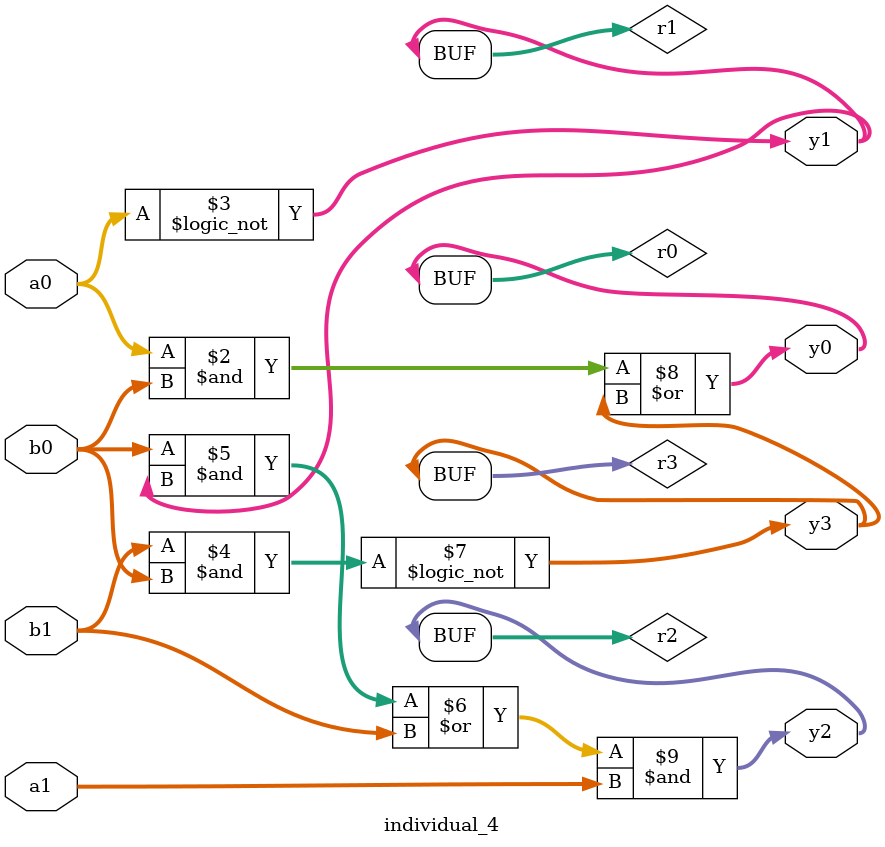
<source format=sv>
module individual_4(input logic [15:0] a1, input logic [15:0] a0, input logic [15:0] b1, input logic [15:0] b0, output logic [15:0] y3, output logic [15:0] y2, output logic [15:0] y1, output logic [15:0] y0);
logic [15:0] r0, r1, r2, r3; 
 always@(*) begin 
	 r0 = a0; r1 = a1; r2 = b0; r3 = b1; 
 	 r0  &=  r2 ;
 	 r1 = ! a0 ;
 	 r3  &=  r2 ;
 	 r2  &=  r1 ;
 	 r2  |=  b1 ;
 	 r3 = ! r3 ;
 	 r0  |=  r3 ;
 	 r2  &=  a1 ;
 	 y3 = r3; y2 = r2; y1 = r1; y0 = r0; 
end
endmodule
</source>
